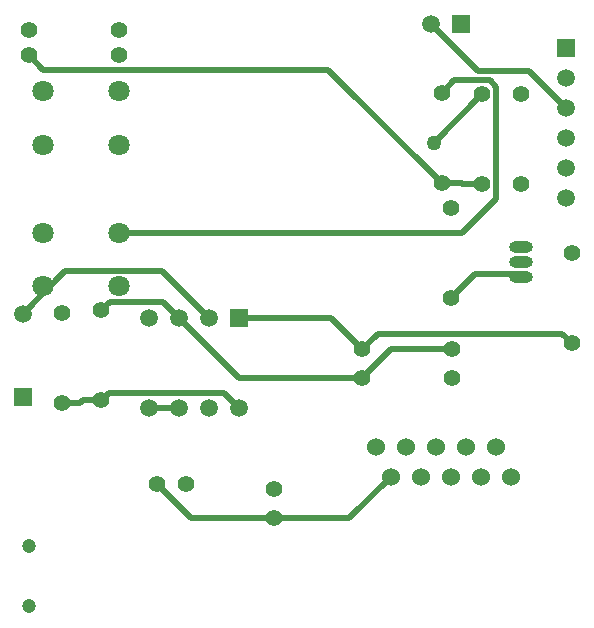
<source format=gbl>
G04 Layer_Physical_Order=2*
G04 Layer_Color=16711680*
%FSLAX25Y25*%
%MOIN*%
G70*
G01*
G75*
%ADD16C,0.02000*%
%ADD18C,0.05512*%
%ADD19C,0.06000*%
%ADD20C,0.04724*%
%ADD21R,0.05906X0.05906*%
%ADD22C,0.05906*%
%ADD23O,0.07874X0.03937*%
%ADD24O,0.07874X0.03937*%
%ADD25R,0.05906X0.05906*%
%ADD26C,0.07087*%
%ADD27C,0.05000*%
D16*
X169500Y152500D02*
X176000D01*
X169000Y153000D02*
X169500Y152500D01*
X162500Y153000D02*
X169000D01*
X124800Y190700D02*
X162500Y153000D01*
X29800Y190700D02*
X124800D01*
X25000Y195500D02*
X29800Y190700D01*
X131657Y41157D02*
X145500Y55000D01*
X67500Y52500D02*
X78843Y41157D01*
X65000Y78000D02*
X75000D01*
X162500Y183000D02*
X166756Y187256D01*
X178500D01*
X180800Y184956D01*
Y147700D02*
Y184956D01*
X169383Y136283D02*
X180800Y147700D01*
X55091Y136283D02*
X169383D01*
X69400Y123600D02*
X85000Y108000D01*
X37124Y123600D02*
X69400D01*
X23000Y109476D02*
X37124Y123600D01*
X159900Y166400D02*
X176000Y182500D01*
X202800Y102700D02*
X206000Y99500D01*
X141200Y102700D02*
X202800D01*
X136000Y97500D02*
X141200Y102700D01*
X95000Y108000D02*
X125500D01*
X136000Y97500D01*
X145500D02*
X166000D01*
X136000Y88000D02*
X145500Y97500D01*
X95000Y88000D02*
X136000D01*
X75000Y108000D02*
X95000Y88000D01*
X49000Y110500D02*
X51900Y113400D01*
X69600D01*
X75000Y108000D01*
X191744Y190256D02*
X204000Y178000D01*
X174744Y190256D02*
X191744D01*
X159000Y206000D02*
X174744Y190256D01*
X90000Y83000D02*
X95000Y78000D01*
X51500Y83000D02*
X90000D01*
X49000Y80500D02*
X51500Y83000D01*
X43000Y80500D02*
X49000D01*
X42000Y79500D02*
X43000Y80500D01*
X36000Y79500D02*
X42000D01*
X173531Y122531D02*
X187969D01*
X189000Y121500D01*
X165500Y114500D02*
X173531Y122531D01*
X78843Y41157D02*
X131657D01*
D18*
X77343Y52500D02*
D03*
X67500D02*
D03*
X165500Y144500D02*
D03*
Y114500D02*
D03*
X136000Y88000D02*
D03*
X166000D02*
D03*
Y97500D02*
D03*
X136000D02*
D03*
X189000Y182500D02*
D03*
Y152500D02*
D03*
X206000Y99500D02*
D03*
Y129500D02*
D03*
X55000Y195500D02*
D03*
X25000D02*
D03*
X36000Y109500D02*
D03*
Y79500D02*
D03*
X49000Y80500D02*
D03*
Y110500D02*
D03*
X55000Y204000D02*
D03*
X25000D02*
D03*
X176000Y152500D02*
D03*
Y182500D02*
D03*
X162500Y153000D02*
D03*
Y183000D02*
D03*
X106500Y41157D02*
D03*
Y51000D02*
D03*
D19*
X185500Y55000D02*
D03*
X180500Y65000D02*
D03*
X175500Y55000D02*
D03*
X170500Y65000D02*
D03*
X165500Y55000D02*
D03*
X160500Y65000D02*
D03*
X155500Y55000D02*
D03*
X150500Y65000D02*
D03*
X140500D02*
D03*
X145500Y55000D02*
D03*
D20*
X25000Y12000D02*
D03*
Y32000D02*
D03*
D21*
X23000Y81524D02*
D03*
X95000Y108000D02*
D03*
X204000Y198000D02*
D03*
D22*
X23000Y109476D02*
D03*
X85000Y108000D02*
D03*
X75000D02*
D03*
X65000D02*
D03*
X95000Y78000D02*
D03*
X85000D02*
D03*
X75000D02*
D03*
X65000D02*
D03*
X159000Y206000D02*
D03*
X204000Y188000D02*
D03*
Y178000D02*
D03*
Y168000D02*
D03*
Y158000D02*
D03*
Y148000D02*
D03*
D23*
X189000Y121500D02*
D03*
Y126500D02*
D03*
D24*
Y131500D02*
D03*
D25*
X169000Y206000D02*
D03*
D26*
X55091Y183500D02*
D03*
X29500D02*
D03*
Y165784D02*
D03*
X55091D02*
D03*
Y136283D02*
D03*
X29500D02*
D03*
Y118567D02*
D03*
X55091D02*
D03*
D27*
X159900Y166400D02*
D03*
M02*

</source>
